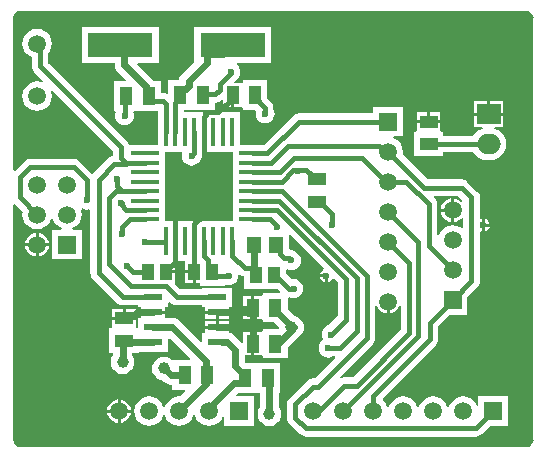
<source format=gtl>
G04*
G04 #@! TF.GenerationSoftware,Altium Limited,Altium Designer,20.2.6 (244)*
G04*
G04 Layer_Physical_Order=1*
G04 Layer_Color=255*
%FSLAX25Y25*%
%MOIN*%
G70*
G04*
G04 #@! TF.SameCoordinates,118C2C68-07E6-42F6-8D37-0A3A2A95D5DC*
G04*
G04*
G04 #@! TF.FilePolarity,Positive*
G04*
G01*
G75*
%ADD13C,0.01575*%
%ADD24R,0.06102X0.02362*%
%ADD32R,0.05906X0.04331*%
%ADD33R,0.04331X0.05512*%
%ADD34R,0.01575X0.09449*%
%ADD35R,0.09449X0.01575*%
%ADD36R,0.21654X0.07874*%
%ADD37R,0.04331X0.05906*%
%ADD38R,0.04724X0.05512*%
%ADD39C,0.02362*%
%ADD40C,0.05906*%
%ADD41R,0.05906X0.05906*%
%ADD42R,0.05906X0.05906*%
%ADD43O,0.07874X0.06693*%
%ADD44R,0.07874X0.06693*%
%ADD45C,0.02362*%
%ADD46C,0.03937*%
G36*
X690968Y249338D02*
X691789Y248789D01*
X692338Y247968D01*
X692507Y247118D01*
X692483Y247000D01*
Y106500D01*
X692507Y106382D01*
X692338Y105532D01*
X691789Y104711D01*
X690968Y104163D01*
X690118Y103993D01*
X690000Y104017D01*
X521500D01*
X521382Y103993D01*
X520532Y104163D01*
X519711Y104711D01*
X519163Y105532D01*
X518993Y106382D01*
X519017Y106500D01*
Y184845D01*
X519517Y185052D01*
X522156Y182413D01*
X522036Y181500D01*
X522205Y180215D01*
X522701Y179018D01*
X523490Y177990D01*
X524518Y177201D01*
X525715Y176705D01*
X527000Y176536D01*
X528285Y176705D01*
X529482Y177201D01*
X530510Y177990D01*
X531299Y179018D01*
X531743Y180092D01*
X531744Y180092D01*
X532256D01*
X532257Y180092D01*
X532701Y179018D01*
X533490Y177990D01*
X534518Y177201D01*
X535194Y176921D01*
X535095Y176421D01*
X532079D01*
Y166579D01*
X541921D01*
Y176421D01*
X538905D01*
X538806Y176921D01*
X539482Y177201D01*
X540510Y177990D01*
X541299Y179018D01*
X541795Y180215D01*
X541964Y181500D01*
X541795Y182785D01*
X541629Y183185D01*
X541888Y183448D01*
X542029Y183524D01*
X542748Y183227D01*
X543570Y183118D01*
X544228Y183205D01*
X544728Y182887D01*
Y161993D01*
X544823Y161273D01*
X545100Y160603D01*
X545542Y160027D01*
X553535Y152034D01*
X554110Y151593D01*
X554781Y151315D01*
X555500Y151220D01*
X560720D01*
Y150850D01*
X561689D01*
Y149500D01*
X565740D01*
X569791D01*
Y150850D01*
X570760D01*
Y152156D01*
X571222Y152347D01*
X571534Y152034D01*
X572110Y151593D01*
X572781Y151315D01*
X573500Y151220D01*
X581980D01*
Y150850D01*
X582949D01*
Y149500D01*
X587000D01*
X591051D01*
Y150850D01*
X592020D01*
Y157150D01*
X581980D01*
Y156780D01*
X574651D01*
X572992Y158439D01*
X573118Y158744D01*
X573118D01*
Y162000D01*
X569953D01*
Y163000D01*
X573118D01*
Y165853D01*
X573520Y166091D01*
X573550Y166091D01*
X576280D01*
Y162981D01*
X579445D01*
Y162481D01*
X579945D01*
Y158725D01*
X581217D01*
Y157757D01*
X589484D01*
Y157790D01*
X589900Y158067D01*
X590031Y158013D01*
X590853Y157905D01*
X591676Y158013D01*
X592442Y158330D01*
X593100Y158835D01*
X593605Y159493D01*
X593922Y160259D01*
X594030Y161082D01*
X594009Y161240D01*
X594478Y161511D01*
X594807Y161258D01*
X595477Y160980D01*
X595913Y160923D01*
Y156776D01*
X607140D01*
X608032Y155883D01*
X607841Y155421D01*
X602315D01*
Y154878D01*
X602134Y154453D01*
X601815Y154453D01*
X599469D01*
Y150500D01*
Y146547D01*
X601815D01*
X602134Y146547D01*
X602315Y146122D01*
Y145579D01*
X606090D01*
X607686Y143983D01*
X607699Y143800D01*
X607340Y143421D01*
X602299D01*
Y142878D01*
X602118Y142453D01*
X599453D01*
Y138500D01*
Y134547D01*
X602118D01*
X602299Y134122D01*
Y133579D01*
X610567D01*
Y137275D01*
X614156Y140864D01*
X614583Y141192D01*
X614912Y141620D01*
X615045Y141754D01*
X615550Y142412D01*
X615868Y143178D01*
X615976Y144000D01*
X615868Y144822D01*
X615550Y145588D01*
X615045Y146246D01*
X614970Y146304D01*
X614583Y146808D01*
X613761Y147439D01*
X612829Y147825D01*
X610583Y150071D01*
Y153743D01*
X610834Y153963D01*
X611083Y154051D01*
X611741Y153778D01*
X612563Y153670D01*
X613385Y153778D01*
X614151Y154095D01*
X614809Y154600D01*
X615314Y155258D01*
X615631Y156024D01*
X615740Y156846D01*
X615631Y157669D01*
X615314Y158435D01*
X614809Y159093D01*
X614151Y159598D01*
X613385Y159915D01*
X612563Y160023D01*
X611848Y159929D01*
X610087Y161691D01*
Y162985D01*
X610587Y163319D01*
X610935Y163174D01*
X611757Y163066D01*
X612579Y163174D01*
X613345Y163492D01*
X614003Y163997D01*
X614508Y164655D01*
X614825Y165421D01*
X614934Y166243D01*
X614825Y167065D01*
X614508Y167831D01*
X614003Y168489D01*
X613345Y168994D01*
X612579Y169311D01*
X612556Y169315D01*
X612239Y169558D01*
X611569Y169836D01*
X610898Y169924D01*
Y169925D01*
X610874Y170106D01*
Y174609D01*
X611336Y174801D01*
X622554Y163582D01*
X622422Y163008D01*
X621865Y162636D01*
X621382Y161914D01*
X621313Y161563D01*
X623437D01*
Y161063D01*
X623937D01*
Y158939D01*
X624288Y159008D01*
X625009Y159491D01*
X625382Y160048D01*
X625956Y160180D01*
X627220Y158916D01*
Y147651D01*
X624109Y144540D01*
X623412Y144251D01*
X622754Y143746D01*
X622249Y143088D01*
X621932Y142322D01*
X621823Y141500D01*
X621932Y140678D01*
X622249Y139912D01*
X622387Y139732D01*
X621754Y139246D01*
X621249Y138588D01*
X620931Y137822D01*
X620823Y137000D01*
X620931Y136178D01*
X621249Y135412D01*
X621754Y134754D01*
X622412Y134249D01*
X623178Y133932D01*
X624000Y133823D01*
X624822Y133932D01*
X625520Y134220D01*
X626204D01*
X626395Y133758D01*
X619562Y126925D01*
X619072D01*
X618353Y126831D01*
X617683Y126553D01*
X617107Y126111D01*
X611150Y120155D01*
X610708Y119579D01*
X610431Y118908D01*
X610336Y118189D01*
Y113811D01*
X610431Y113092D01*
X610708Y112421D01*
X611150Y111846D01*
X614670Y108326D01*
X615246Y107884D01*
X615916Y107606D01*
X616635Y107512D01*
X673291D01*
X674011Y107606D01*
X674681Y107884D01*
X675257Y108326D01*
X678010Y111079D01*
X683921D01*
Y120921D01*
X674079D01*
Y117905D01*
X673579Y117806D01*
X673299Y118482D01*
X672510Y119510D01*
X671482Y120299D01*
X670285Y120795D01*
X669000Y120964D01*
X667715Y120795D01*
X666518Y120299D01*
X665490Y119510D01*
X664701Y118482D01*
X664257Y117408D01*
X664256Y117408D01*
X663744D01*
X663743Y117408D01*
X663299Y118482D01*
X662510Y119510D01*
X661482Y120299D01*
X660285Y120795D01*
X659000Y120964D01*
X657715Y120795D01*
X656518Y120299D01*
X655490Y119510D01*
X654701Y118482D01*
X654257Y117408D01*
X654256Y117408D01*
X653744D01*
X653743Y117408D01*
X653299Y118482D01*
X652510Y119510D01*
X651482Y120299D01*
X650285Y120795D01*
X649000Y120964D01*
X647715Y120795D01*
X646518Y120299D01*
X645490Y119510D01*
X644701Y118482D01*
X644257Y117408D01*
X644256Y117408D01*
X643744D01*
X643743Y117408D01*
X643299Y118482D01*
X642510Y119510D01*
X642206Y119743D01*
X642173Y120242D01*
X659966Y138034D01*
X660407Y138610D01*
X660685Y139281D01*
X660780Y140000D01*
Y144349D01*
X664510Y148079D01*
X670421D01*
Y153990D01*
X673778Y157348D01*
X674220Y157923D01*
X674498Y158594D01*
X674593Y159313D01*
Y175594D01*
X675093Y175907D01*
X675250Y175876D01*
Y178000D01*
Y180124D01*
X675093Y180093D01*
X674593Y180405D01*
Y187187D01*
X674498Y187906D01*
X674220Y188577D01*
X673778Y189153D01*
X670466Y192465D01*
X669890Y192907D01*
X669219Y193185D01*
X668500Y193280D01*
X657151D01*
X648844Y201588D01*
X648964Y202500D01*
X648795Y203785D01*
X648299Y204982D01*
X647510Y206010D01*
X646482Y206799D01*
X645806Y207079D01*
X645905Y207579D01*
X648921D01*
Y217421D01*
X639079D01*
Y215280D01*
X614286D01*
X613567Y215185D01*
X612896Y214907D01*
X612321Y214465D01*
X602552Y204697D01*
X599110D01*
X598930Y204673D01*
X594779D01*
Y215697D01*
X582969D01*
Y214728D01*
X582181D01*
Y215697D01*
X575906D01*
Y216366D01*
X586417D01*
Y218775D01*
X586445D01*
X587165Y218870D01*
X587835Y219147D01*
X588411Y219589D01*
X588574Y219752D01*
X589035Y219561D01*
Y217335D01*
X591701D01*
Y221287D01*
X592701D01*
Y217335D01*
X595047D01*
X595366Y217335D01*
X595547Y216910D01*
Y216366D01*
X599575D01*
X599912Y215945D01*
X599927Y215884D01*
X599823Y215098D01*
X599931Y214276D01*
X600249Y213510D01*
X600754Y212852D01*
X601412Y212347D01*
X602178Y212030D01*
X603000Y211922D01*
X603822Y212030D01*
X604588Y212347D01*
X605246Y212852D01*
X605751Y213510D01*
X606069Y214276D01*
X606177Y215098D01*
X606069Y215921D01*
X605780Y216618D01*
Y217181D01*
X605685Y217900D01*
X605407Y218571D01*
X604965Y219147D01*
X603815Y220297D01*
Y226209D01*
X595547D01*
Y225665D01*
X595366Y225240D01*
X595047Y225240D01*
X592836D01*
X592645Y225702D01*
X593186Y226244D01*
X593199Y226249D01*
X593856Y226754D01*
X594361Y227412D01*
X594679Y228178D01*
X594787Y229000D01*
X594679Y229822D01*
X594361Y230588D01*
X593856Y231246D01*
X593403Y231594D01*
X593573Y232095D01*
X604996D01*
Y243905D01*
X579405D01*
Y232351D01*
X575262Y228207D01*
X574757Y227549D01*
X574439Y226783D01*
X574364Y226209D01*
X570669D01*
Y222154D01*
X570169Y221840D01*
X569773Y222004D01*
X569054Y222099D01*
X568374D01*
Y225921D01*
X565939D01*
X565502Y226490D01*
X560360Y231632D01*
X560551Y232095D01*
X567594D01*
Y243905D01*
X542004D01*
Y232095D01*
X552949D01*
Y231374D01*
X553058Y230552D01*
X553375Y229785D01*
X553880Y229128D01*
X556624Y226383D01*
X556433Y225921D01*
X552626D01*
Y216079D01*
X552964D01*
X553242Y215663D01*
X553101Y215322D01*
X552992Y214500D01*
X553101Y213678D01*
X553418Y212912D01*
X553923Y212254D01*
X554581Y211749D01*
X555347Y211432D01*
X556169Y211323D01*
X556991Y211432D01*
X557758Y211749D01*
X558416Y212254D01*
X558920Y212912D01*
X559238Y213678D01*
X559346Y214500D01*
X559238Y215322D01*
X559132Y215579D01*
X559330Y216079D01*
X567197D01*
Y209004D01*
X567220Y208823D01*
Y204673D01*
X557690D01*
X557423Y205317D01*
X556981Y205893D01*
X530780Y232094D01*
Y235342D01*
X531299Y236018D01*
X531795Y237215D01*
X531964Y238500D01*
X531795Y239785D01*
X531299Y240982D01*
X530510Y242010D01*
X529482Y242799D01*
X528285Y243295D01*
X527000Y243464D01*
X525715Y243295D01*
X524518Y242799D01*
X523490Y242010D01*
X522701Y240982D01*
X522205Y239785D01*
X522036Y238500D01*
X522205Y237215D01*
X522701Y236018D01*
X523490Y234990D01*
X524518Y234201D01*
X525220Y233910D01*
Y230943D01*
X525315Y230223D01*
X525593Y229553D01*
X526034Y228977D01*
X528953Y226059D01*
X528670Y225635D01*
X528285Y225795D01*
X527000Y225964D01*
X525715Y225795D01*
X524518Y225299D01*
X523490Y224510D01*
X522701Y223482D01*
X522205Y222285D01*
X522036Y221000D01*
X522205Y219715D01*
X522701Y218518D01*
X523490Y217490D01*
X524518Y216701D01*
X525715Y216205D01*
X527000Y216036D01*
X528285Y216205D01*
X529482Y216701D01*
X530510Y217490D01*
X531299Y218518D01*
X531795Y219715D01*
X531964Y221000D01*
X531795Y222285D01*
X531635Y222670D01*
X532059Y222953D01*
X552236Y202776D01*
Y201088D01*
X552013Y201059D01*
X551342Y200781D01*
X550767Y200340D01*
X545542Y195115D01*
X545399Y195105D01*
X541330Y199174D01*
X540754Y199616D01*
X540084Y199894D01*
X539365Y199988D01*
X524635D01*
X523916Y199894D01*
X523246Y199616D01*
X522670Y199174D01*
X519517Y196021D01*
X519017Y196228D01*
Y247000D01*
X518993Y247118D01*
X519163Y247968D01*
X519711Y248789D01*
X520532Y249338D01*
X521382Y249507D01*
X521500Y249483D01*
X690000D01*
X690118Y249507D01*
X690968Y249338D01*
D02*
G37*
G36*
X582969Y202311D02*
X592417D01*
Y199161D01*
Y196012D01*
Y192862D01*
Y189713D01*
Y186563D01*
Y183413D01*
Y179476D01*
X579819D01*
Y178508D01*
X579031D01*
Y179476D01*
X573520D01*
Y178508D01*
X572732D01*
Y179476D01*
X569583D01*
Y183413D01*
Y186563D01*
Y189713D01*
Y192862D01*
Y196012D01*
Y199161D01*
Y202311D01*
X575164D01*
X575482Y201917D01*
X575473Y201811D01*
X575366Y201000D01*
X575475Y200178D01*
X575792Y199412D01*
X576297Y198754D01*
X576955Y198249D01*
X577721Y197932D01*
X578543Y197823D01*
X579365Y197932D01*
X580132Y198249D01*
X580790Y198754D01*
X581294Y199412D01*
X581612Y200178D01*
X581650Y200467D01*
X581833Y200705D01*
X582110Y201376D01*
X582205Y202095D01*
Y203279D01*
X582969D01*
Y202311D01*
D02*
G37*
G36*
X668887Y186182D02*
X668851Y185948D01*
X668324Y185813D01*
X668319Y185819D01*
X667493Y186453D01*
X666532Y186851D01*
X666000Y186921D01*
Y183000D01*
Y179079D01*
X666532Y179149D01*
X667493Y179547D01*
X668319Y180181D01*
X668533Y180460D01*
X669033Y180290D01*
Y177122D01*
X668533Y176876D01*
X667982Y177299D01*
X666785Y177795D01*
X665500Y177964D01*
X664215Y177795D01*
X663018Y177299D01*
X661990Y176510D01*
X661201Y175482D01*
X660847Y174627D01*
X660347Y174727D01*
Y185035D01*
X660253Y185754D01*
X659975Y186425D01*
X659533Y187000D01*
X659275Y187258D01*
X659467Y187720D01*
X667349D01*
X668887Y186182D01*
D02*
G37*
G36*
X644500Y148579D02*
X645032Y148649D01*
X645993Y149047D01*
X646819Y149681D01*
X647453Y150507D01*
X647720Y151153D01*
X648220Y151053D01*
Y143049D01*
X632451Y127280D01*
X629427D01*
X628707Y127185D01*
X628167Y126961D01*
X627884Y127385D01*
X638966Y138467D01*
X639407Y139042D01*
X639685Y139713D01*
X639780Y140432D01*
Y151053D01*
X640280Y151153D01*
X640547Y150507D01*
X641181Y149681D01*
X642007Y149047D01*
X642968Y148649D01*
X643500Y148579D01*
Y152500D01*
X644500D01*
Y148579D01*
D02*
G37*
%LPC*%
G36*
X682437Y219346D02*
X678000D01*
Y215500D01*
X682437D01*
Y219346D01*
D02*
G37*
G36*
X677000D02*
X672563D01*
Y215500D01*
X677000D01*
Y219346D01*
D02*
G37*
G36*
X661453Y215665D02*
X658000D01*
Y213000D01*
X661453D01*
Y215665D01*
D02*
G37*
G36*
X657000D02*
X653547D01*
Y213000D01*
X657000D01*
Y215665D01*
D02*
G37*
G36*
X682437Y214500D02*
X672563D01*
Y210653D01*
X675421D01*
X675522Y210178D01*
X674229Y209643D01*
X673119Y208791D01*
X672351Y207789D01*
X662421D01*
Y209154D01*
X661878D01*
X661453Y209335D01*
X661453Y209653D01*
Y212000D01*
X657500D01*
X653547D01*
Y209653D01*
X653547Y209335D01*
X653122Y209154D01*
X652579D01*
Y200886D01*
X662421D01*
Y202230D01*
X672335D01*
X673119Y201209D01*
X674229Y200357D01*
X675522Y199822D01*
X676909Y199639D01*
X678091D01*
X679478Y199822D01*
X680771Y200357D01*
X681881Y201209D01*
X682733Y202320D01*
X683269Y203612D01*
X683451Y205000D01*
X683269Y206387D01*
X682733Y207680D01*
X681881Y208791D01*
X680771Y209643D01*
X679478Y210178D01*
X679578Y210653D01*
X682437D01*
Y214500D01*
D02*
G37*
G36*
X676250Y180124D02*
Y178500D01*
X677874D01*
X677805Y178851D01*
X677322Y179572D01*
X676601Y180054D01*
X676250Y180124D01*
D02*
G37*
G36*
X677874Y177500D02*
X676250D01*
Y175876D01*
X676601Y175945D01*
X677322Y176427D01*
X677805Y177149D01*
X677874Y177500D01*
D02*
G37*
G36*
X527500Y175421D02*
Y172000D01*
X530921D01*
X530851Y172532D01*
X530453Y173493D01*
X529819Y174319D01*
X528993Y174953D01*
X528032Y175351D01*
X527500Y175421D01*
D02*
G37*
G36*
X526500D02*
X525968Y175351D01*
X525007Y174953D01*
X524181Y174319D01*
X523547Y173493D01*
X523149Y172532D01*
X523079Y172000D01*
X526500D01*
Y175421D01*
D02*
G37*
G36*
X530921Y171000D02*
X527500D01*
Y167579D01*
X528032Y167649D01*
X528993Y168047D01*
X529819Y168681D01*
X530453Y169507D01*
X530851Y170468D01*
X530921Y171000D01*
D02*
G37*
G36*
X526500D02*
X523079D01*
X523149Y170468D01*
X523547Y169507D01*
X524181Y168681D01*
X525007Y168047D01*
X525968Y167649D01*
X526500Y167579D01*
Y171000D01*
D02*
G37*
G36*
X622937Y160563D02*
X621313D01*
X621382Y160212D01*
X621865Y159491D01*
X622586Y159008D01*
X622937Y158939D01*
Y160563D01*
D02*
G37*
G36*
X578945Y161981D02*
X576280D01*
Y158725D01*
X578945D01*
Y161981D01*
D02*
G37*
G36*
X598468Y154453D02*
X595803D01*
Y151000D01*
X598468D01*
Y154453D01*
D02*
G37*
G36*
X559953Y150091D02*
X556500D01*
Y147425D01*
X559953D01*
Y150091D01*
D02*
G37*
G36*
X555500D02*
X552047D01*
Y147425D01*
X555500D01*
Y150091D01*
D02*
G37*
G36*
X591051Y148500D02*
X587500D01*
Y146819D01*
X591051D01*
Y148500D01*
D02*
G37*
G36*
X586500D02*
X582949D01*
Y146819D01*
X586500D01*
Y148500D01*
D02*
G37*
G36*
X598468Y150000D02*
X595803D01*
Y146547D01*
X598468D01*
Y150000D01*
D02*
G37*
G36*
X591051Y146181D02*
X587500D01*
Y144500D01*
X591051D01*
Y146181D01*
D02*
G37*
G36*
X586500D02*
X582949D01*
Y144500D01*
X586500D01*
Y146181D01*
D02*
G37*
G36*
X569791Y148500D02*
X565740D01*
X561689D01*
Y147150D01*
X560720D01*
Y143889D01*
X560452Y143758D01*
X559953Y144040D01*
Y146425D01*
X556000D01*
X552047D01*
Y144079D01*
X552047Y143760D01*
X551622Y143579D01*
X551079D01*
Y135311D01*
X552323D01*
Y134660D01*
X552061Y134318D01*
X551664Y133360D01*
X551529Y132332D01*
X551664Y131305D01*
X552061Y130347D01*
X552692Y129525D01*
X553514Y128893D01*
X554472Y128497D01*
X555500Y128361D01*
X556528Y128497D01*
X557485Y128893D01*
X558308Y129525D01*
X558939Y130347D01*
X559336Y131305D01*
X559471Y132332D01*
X559336Y133360D01*
X558939Y134318D01*
X558677Y134660D01*
Y135311D01*
X560921D01*
Y135823D01*
X565740D01*
X565947Y135850D01*
X570760D01*
Y140094D01*
X571222Y140286D01*
X578124Y133383D01*
X577933Y132921D01*
X572177D01*
X572118Y132998D01*
X571295Y133629D01*
X570338Y134026D01*
X569310Y134161D01*
X568282Y134026D01*
X567325Y133629D01*
X566502Y132998D01*
X565871Y132176D01*
X565474Y131218D01*
X565339Y130190D01*
X565474Y129162D01*
X565871Y128205D01*
X566502Y127382D01*
X567325Y126751D01*
X568282Y126354D01*
X568709Y126298D01*
X569254Y125754D01*
X569912Y125249D01*
X570678Y124932D01*
X571500Y124823D01*
X572126D01*
Y123079D01*
X576264D01*
X576455Y122617D01*
X574747Y120909D01*
X574331Y120964D01*
X573046Y120795D01*
X571849Y120299D01*
X570821Y119510D01*
X570032Y118482D01*
X569587Y117408D01*
X569587Y117408D01*
X569075D01*
X569074Y117408D01*
X568629Y118482D01*
X567841Y119510D01*
X566813Y120299D01*
X565615Y120795D01*
X564331Y120964D01*
X563046Y120795D01*
X561849Y120299D01*
X560821Y119510D01*
X560032Y118482D01*
X559536Y117285D01*
X559367Y116000D01*
X559536Y114715D01*
X560032Y113518D01*
X560821Y112490D01*
X561849Y111701D01*
X563046Y111205D01*
X564331Y111036D01*
X565615Y111205D01*
X566813Y111701D01*
X567841Y112490D01*
X568629Y113518D01*
X569074Y114592D01*
X569075Y114592D01*
X569587D01*
X569587Y114592D01*
X570032Y113518D01*
X570821Y112490D01*
X571849Y111701D01*
X573046Y111205D01*
X574331Y111036D01*
X575615Y111205D01*
X576813Y111701D01*
X577841Y112490D01*
X578629Y113518D01*
X579074Y114592D01*
X579075Y114592D01*
X579587D01*
X579587Y114592D01*
X580032Y113518D01*
X580821Y112490D01*
X581849Y111701D01*
X583046Y111205D01*
X584331Y111036D01*
X585615Y111205D01*
X586813Y111701D01*
X587841Y112490D01*
X588629Y113518D01*
X588909Y114194D01*
X589409Y114095D01*
Y111079D01*
X599252D01*
Y120921D01*
X593345D01*
X593154Y121383D01*
X593850Y122079D01*
X601307D01*
Y117327D01*
X601045Y116985D01*
X600649Y116028D01*
X600513Y115000D01*
X600649Y113972D01*
X601045Y113014D01*
X601676Y112192D01*
X602499Y111561D01*
X603456Y111164D01*
X604484Y111029D01*
X605512Y111164D01*
X606470Y111561D01*
X607292Y112192D01*
X607923Y113014D01*
X608320Y113972D01*
X608455Y115000D01*
X608320Y116028D01*
X607923Y116985D01*
X607661Y117327D01*
Y122079D01*
X608028D01*
Y131921D01*
X596772D01*
X596285Y132408D01*
Y134547D01*
X598453D01*
Y138500D01*
Y142453D01*
X595787D01*
Y138642D01*
X595287Y138546D01*
X592587Y141246D01*
X592020Y141682D01*
Y142150D01*
X591051D01*
Y143500D01*
X587000D01*
X582949D01*
Y142150D01*
X581980D01*
Y139166D01*
X581518Y138974D01*
X574246Y146246D01*
X573588Y146751D01*
X572822Y147069D01*
X572000Y147177D01*
X569791D01*
Y148500D01*
D02*
G37*
G36*
X554831Y119921D02*
Y116500D01*
X558252D01*
X558182Y117032D01*
X557783Y117993D01*
X557150Y118819D01*
X556324Y119453D01*
X555363Y119851D01*
X554831Y119921D01*
D02*
G37*
G36*
X553831D02*
X553299Y119851D01*
X552337Y119453D01*
X551512Y118819D01*
X550878Y117993D01*
X550480Y117032D01*
X550410Y116500D01*
X553831D01*
Y119921D01*
D02*
G37*
G36*
X558252Y115500D02*
X554831D01*
Y112079D01*
X555363Y112149D01*
X556324Y112547D01*
X557150Y113181D01*
X557783Y114007D01*
X558182Y114968D01*
X558252Y115500D01*
D02*
G37*
G36*
X553831D02*
X550410D01*
X550480Y114968D01*
X550878Y114007D01*
X551512Y113181D01*
X552337Y112547D01*
X553299Y112149D01*
X553831Y112079D01*
Y115500D01*
D02*
G37*
G36*
X665000Y186921D02*
X664468Y186851D01*
X663507Y186453D01*
X662681Y185819D01*
X662047Y184993D01*
X661649Y184032D01*
X661579Y183500D01*
X665000D01*
Y186921D01*
D02*
G37*
G36*
Y182500D02*
X661579D01*
X661649Y181968D01*
X662047Y181007D01*
X662681Y180181D01*
X663507Y179547D01*
X664468Y179149D01*
X665000Y179079D01*
Y182500D01*
D02*
G37*
%LPD*%
D13*
X590842Y161093D02*
X590853Y161082D01*
X586728Y161093D02*
X590842D01*
X583985Y163837D02*
X586728Y161093D01*
X583985Y163837D02*
Y166228D01*
X582575Y167637D02*
X583985Y166228D01*
X582575Y167637D02*
Y172783D01*
X677490Y205010D02*
X677500Y205000D01*
X657510Y205010D02*
X677490D01*
X657500Y205020D02*
X657510Y205010D01*
X528000Y238000D02*
X528500Y238500D01*
X528000Y230943D02*
Y238000D01*
X605061Y198768D02*
X610619Y204326D01*
X641002D02*
X642828Y202500D01*
X610619Y204326D02*
X641002D01*
X642828Y202500D02*
X644000D01*
X612732Y200500D02*
X635172D01*
X643172Y192500D02*
X650103D01*
X607850Y195618D02*
X612732Y200500D01*
X635172D02*
X643172Y192500D01*
X599110Y198768D02*
X605061D01*
X614286Y212500D02*
X644000D01*
X599110Y201917D02*
X603703D01*
X614286Y212500D01*
X555016Y185382D02*
X555166Y185231D01*
X599110Y179870D02*
X604656D01*
X563000Y172500D02*
X569299D01*
X582575Y181453D02*
Y190001D01*
X599110Y183020D02*
X607048D01*
X573126Y180552D02*
X582575Y190001D01*
X607796Y186169D02*
X633500Y160465D01*
X579425Y202095D02*
Y209004D01*
X553584Y190933D02*
Y193500D01*
X633500Y142605D02*
Y160465D01*
X556694Y183020D02*
X562890D01*
X555166Y184547D02*
Y185231D01*
X557946Y179870D02*
X562890D01*
X599110Y186169D02*
X607796D01*
X555329Y177252D02*
X557946Y179870D01*
X607048Y183020D02*
X630000Y160068D01*
X573126Y172783D02*
Y180552D01*
X579425Y178303D02*
X582575Y181453D01*
X604656Y179870D02*
X607000Y177526D01*
X555197Y189319D02*
X562890D01*
X555329Y174870D02*
Y177252D01*
X625000Y141500D02*
X630000Y146500D01*
X578543Y201213D02*
X579425Y202095D01*
X627895Y137000D02*
X633500Y142605D01*
X579425Y172783D02*
Y178303D01*
X624000Y137000D02*
X627895D01*
X553584Y190933D02*
X555197Y189319D01*
X555166Y184547D02*
X556694Y183020D01*
X630000Y146500D02*
Y160068D01*
X569299Y172500D02*
X569583Y172783D01*
X607000Y177500D02*
Y177526D01*
X582575Y190001D02*
Y209004D01*
X612338Y196209D02*
X614000D01*
X619457Y193484D02*
X620425D01*
X618260Y194681D02*
X619457Y193484D01*
X613425Y196453D02*
X616669D01*
X618260Y194681D02*
Y194862D01*
X616669Y196453D02*
X618260Y194862D01*
X608598Y192469D02*
X612338Y196209D01*
X621213Y185823D02*
X625437Y181598D01*
Y178000D02*
Y181598D01*
X620425Y185823D02*
X621213D01*
X608544Y189319D02*
X637000Y160863D01*
X599110Y189319D02*
X608544D01*
X637000Y140432D02*
Y160863D01*
X558492Y198768D02*
X562890D01*
X552732Y198374D02*
X556655D01*
Y198768D02*
X558491D01*
X547507Y193149D02*
X552732Y198374D01*
X555016Y200407D02*
Y203927D01*
Y200407D02*
X556655Y198768D01*
X558491D02*
X558492Y198768D01*
X528000Y230943D02*
X555016Y203927D01*
X599287Y220894D02*
X603000Y217181D01*
Y215098D02*
Y217181D01*
X588067Y225056D02*
X591610Y228599D01*
Y229000D01*
X586445Y221555D02*
X588067Y223176D01*
Y225056D01*
X582961Y235650D02*
X585311Y238000D01*
X592201D01*
X582551Y221555D02*
X586445D01*
X592201Y220500D02*
Y221287D01*
X587398Y215697D02*
X592201Y220500D01*
X584122Y215697D02*
X587398D01*
X582575Y214150D02*
X584122Y215697D01*
X582575Y209004D02*
Y214150D01*
X610849Y167151D02*
X611757Y166243D01*
X543570Y186295D02*
Y193003D01*
X547507Y161993D02*
Y193149D01*
X539365Y197209D02*
X543570Y193003D01*
X547507Y161993D02*
X555500Y154000D01*
X524635Y197209D02*
X539365D01*
X521291Y193865D02*
X524635Y197209D01*
X611000Y156846D02*
X612563D01*
X606347Y161500D02*
X611000Y156846D01*
X551079Y187013D02*
X553385Y189319D01*
X551079Y164854D02*
Y187013D01*
Y164854D02*
X558354Y157579D01*
X553385Y189319D02*
X555197D01*
X644000Y202500D02*
X656000Y190500D01*
X668500D02*
X671813Y187187D01*
X656000Y190500D02*
X668500D01*
X650103Y192500D02*
X657568Y185035D01*
Y170932D02*
Y185035D01*
X671813Y159313D02*
Y187187D01*
X665500Y153000D02*
X671813Y159313D01*
X657568Y170932D02*
X665500Y163000D01*
X658000Y145500D02*
X665500Y153000D01*
X658000Y140000D02*
Y145500D01*
X521291Y187209D02*
Y193865D01*
Y187209D02*
X527000Y181500D01*
X613116Y118189D02*
X619072Y124146D01*
X620713D01*
X637000Y140432D01*
X613116Y113811D02*
Y118189D01*
Y113811D02*
X616635Y110291D01*
X673291D02*
X679000Y116000D01*
X616635Y110291D02*
X673291D01*
X609411Y167151D02*
X610849D01*
X608118Y168444D02*
X609411Y167151D01*
X606543Y171500D02*
X608118Y169925D01*
Y168444D02*
Y169925D01*
X639000Y116000D02*
Y121000D01*
X658000Y140000D01*
X629000Y116000D02*
X654000Y141000D01*
X629000Y116000D02*
X629000D01*
X654000Y141000D02*
Y172500D01*
X651000Y141897D02*
Y165500D01*
X629427Y124500D02*
X633603D01*
X651000Y141897D01*
X623291Y118365D02*
X629427Y124500D01*
X623291Y118365D02*
Y118365D01*
X620473Y116301D02*
X621000Y116829D01*
X621755D01*
X623291Y118365D01*
X644000Y182500D02*
X654000Y172500D01*
X579425Y162855D02*
Y172783D01*
X569310Y130190D02*
Y130190D01*
Y130190D02*
X569531Y129969D01*
X592024Y167839D02*
Y172783D01*
Y167839D02*
X596197Y163665D01*
X599260Y161500D02*
Y162287D01*
X597882Y163665D02*
X599260Y162287D01*
X596197Y163665D02*
X597882D01*
X599457Y171106D02*
Y171500D01*
X572118Y164665D02*
X572203D01*
X570346Y162894D02*
X572118Y164665D01*
X573126Y165588D02*
Y172390D01*
X572203Y164665D02*
X573126Y165588D01*
X569921Y157579D02*
X573500Y154000D01*
X558354Y157579D02*
X569921D01*
X555500Y154000D02*
X565740D01*
X573500D02*
X587000D01*
X606449Y149713D02*
Y150500D01*
X606433Y138500D02*
X606866Y138067D01*
X557000Y164500D02*
X559000Y162500D01*
X557000Y164500D02*
Y164500D01*
X582283Y221287D02*
X582551Y221555D01*
X573126Y218823D02*
X575591Y221287D01*
X573126Y209004D02*
Y218823D01*
X569976Y209004D02*
Y218396D01*
X569054Y219319D02*
X569976Y218396D01*
X564740Y220197D02*
X565618Y219319D01*
X569054D01*
X556320Y220560D02*
X556760Y221000D01*
X556320Y214651D02*
Y220560D01*
X556169Y214500D02*
X556320Y214651D01*
X599287Y220894D02*
Y221287D01*
X559000Y162500D02*
X563260D01*
X576260Y128000D02*
X576653D01*
X579051Y162481D02*
X579425Y162855D01*
X599110Y192469D02*
X608598D01*
X599110Y195618D02*
X607850D01*
X605346Y148606D02*
Y149000D01*
X644000Y152500D02*
X644829Y151671D01*
X644000Y172500D02*
X651000Y165500D01*
X587000Y139000D02*
X588500D01*
D24*
X587000D02*
D03*
Y144000D02*
D03*
Y149000D02*
D03*
Y154000D02*
D03*
X565740D02*
D03*
Y149000D02*
D03*
Y144000D02*
D03*
Y139000D02*
D03*
D32*
X657500Y205020D02*
D03*
Y212500D02*
D03*
X620425Y185823D02*
D03*
Y193303D02*
D03*
X556000Y146925D02*
D03*
Y139445D02*
D03*
D33*
X569953Y162500D02*
D03*
X564047D02*
D03*
X600047Y161500D02*
D03*
X605953D02*
D03*
X579445Y162481D02*
D03*
X585350D02*
D03*
D34*
X592024Y209004D02*
D03*
X588874D02*
D03*
X585724D02*
D03*
X582575D02*
D03*
X579425D02*
D03*
X576276D02*
D03*
X573126D02*
D03*
X569976D02*
D03*
X569976Y172783D02*
D03*
X573126D02*
D03*
X576275D02*
D03*
X579425Y172783D02*
D03*
X582575Y172783D02*
D03*
X585724D02*
D03*
X588874D02*
D03*
X592024D02*
D03*
D35*
X562890Y201917D02*
D03*
Y198768D02*
D03*
Y195618D02*
D03*
Y192469D02*
D03*
Y189319D02*
D03*
Y186169D02*
D03*
Y183020D02*
D03*
Y179870D02*
D03*
X599110Y179870D02*
D03*
Y183020D02*
D03*
Y186169D02*
D03*
Y189319D02*
D03*
Y192469D02*
D03*
Y195618D02*
D03*
Y198768D02*
D03*
Y201917D02*
D03*
D36*
X554799Y238000D02*
D03*
X592201D02*
D03*
D37*
X583740Y128000D02*
D03*
X576260D02*
D03*
X574803Y221287D02*
D03*
X582283D02*
D03*
X606433Y138500D02*
D03*
X598953D02*
D03*
X603894Y127000D02*
D03*
X596413D02*
D03*
X556760Y221000D02*
D03*
X564240D02*
D03*
X599681Y221287D02*
D03*
X592201D02*
D03*
X606449Y150500D02*
D03*
X598969D02*
D03*
D38*
X599457Y171500D02*
D03*
X606543D02*
D03*
D39*
X555500Y132332D02*
Y138945D01*
X556000Y139445D01*
X606449Y149713D02*
X611776Y144386D01*
Y144000D02*
Y144386D01*
X606866Y138067D02*
X612799Y144000D01*
X612161D02*
X612799D01*
X604484Y115000D02*
Y128378D01*
X603500Y127394D02*
X604484Y128378D01*
X599457Y161697D02*
Y171106D01*
X596413Y126350D02*
Y127000D01*
X586036Y118757D02*
X592643Y125365D01*
X595429D01*
X596413Y126350D01*
X584331Y116959D02*
X586036Y118664D01*
X584331Y116000D02*
Y116959D01*
X586036Y118664D02*
Y118757D01*
X590341Y139000D02*
X593109Y136232D01*
Y131092D02*
X596807Y127394D01*
X593109Y131092D02*
Y136232D01*
X583347Y125016D02*
Y128000D01*
X565740Y144000D02*
X572000D01*
X583168Y132832D01*
Y128179D02*
Y132832D01*
Y128179D02*
X583347Y128000D01*
X583488Y231941D02*
Y234868D01*
X577508Y225960D02*
X583488Y231941D01*
X577508Y224443D02*
Y225960D01*
X556000Y139445D02*
X556445Y139000D01*
X565740D01*
X560254Y149000D02*
X565740D01*
X556394Y146531D02*
X557772Y147909D01*
X559163D02*
X560254Y149000D01*
X557772Y147909D02*
X559163D01*
X574803Y222075D02*
X575787Y223059D01*
X563256Y221984D02*
X564240Y221000D01*
X576124Y223059D02*
X577508Y224443D01*
X556126Y231374D02*
X563256Y224244D01*
X554799Y238000D02*
X556126Y236673D01*
X589146Y234945D02*
X592201Y238000D01*
X575787Y223059D02*
X576124D01*
X556126Y231374D02*
Y236673D01*
X574803Y221287D02*
Y222075D01*
X583488Y234868D02*
X589146Y234945D01*
X563256Y221984D02*
Y224244D01*
X571500Y128000D02*
X576260D01*
X599346Y138500D02*
Y140000D01*
X596807Y127000D02*
Y127394D01*
X569531Y129969D02*
X571500Y128000D01*
X574331Y116000D02*
X583347Y125016D01*
X588500Y139000D02*
X590341D01*
X587000Y144000D02*
X598862D01*
X597362Y149000D02*
X598862Y150500D01*
Y140272D02*
Y144000D01*
Y149000D01*
X599075Y140272D02*
X599346Y140000D01*
X587000Y149000D02*
X597362D01*
D40*
X527000Y221000D02*
D03*
Y171500D02*
D03*
X537000Y181500D02*
D03*
X527000D02*
D03*
X537000Y191500D02*
D03*
X527000D02*
D03*
Y238500D02*
D03*
X619000Y116000D02*
D03*
X629000D02*
D03*
X639000D02*
D03*
X649000D02*
D03*
X669000D02*
D03*
X659000D02*
D03*
X584331D02*
D03*
X574331D02*
D03*
X564331D02*
D03*
X554331D02*
D03*
X665500Y183000D02*
D03*
Y173000D02*
D03*
Y163000D02*
D03*
X644000Y192500D02*
D03*
Y202500D02*
D03*
Y182500D02*
D03*
Y172500D02*
D03*
Y162500D02*
D03*
Y152500D02*
D03*
D41*
X537000Y171500D02*
D03*
X665500Y153000D02*
D03*
X644000Y212500D02*
D03*
D42*
X679000Y116000D02*
D03*
X594331D02*
D03*
D43*
X677500Y205000D02*
D03*
D44*
Y215000D02*
D03*
D45*
X590853Y161082D02*
D03*
X563000Y172500D02*
D03*
X624000Y137000D02*
D03*
X607000Y177500D02*
D03*
X578543Y201000D02*
D03*
X553584Y193500D02*
D03*
X625000Y141500D02*
D03*
X555016Y185382D02*
D03*
X555329Y174870D02*
D03*
X614000Y196098D02*
D03*
X625437Y178000D02*
D03*
X603000Y215098D02*
D03*
X591610Y229000D02*
D03*
X611757Y166243D02*
D03*
X543570Y186295D02*
D03*
X675750Y178000D02*
D03*
X612563Y156846D02*
D03*
X623437Y161063D02*
D03*
X557000Y164500D02*
D03*
X556169Y214500D02*
D03*
D46*
X555500Y132332D02*
D03*
X611776Y144000D02*
D03*
X604484Y115000D02*
D03*
X569310Y130190D02*
D03*
M02*

</source>
